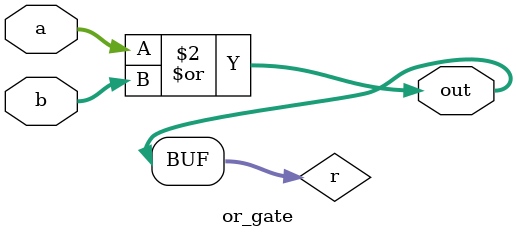
<source format=sv>
module or_gate

#(parameter W = 4)
(
  input logic [W-1:0] a,
  input logic [W-1:0] b,
  output logic [W-1:0] out
);

  logic [W-1:0] r;

  always_comb begin
    r = a | b;
  end

  assign out = r;

endmodule
</source>
